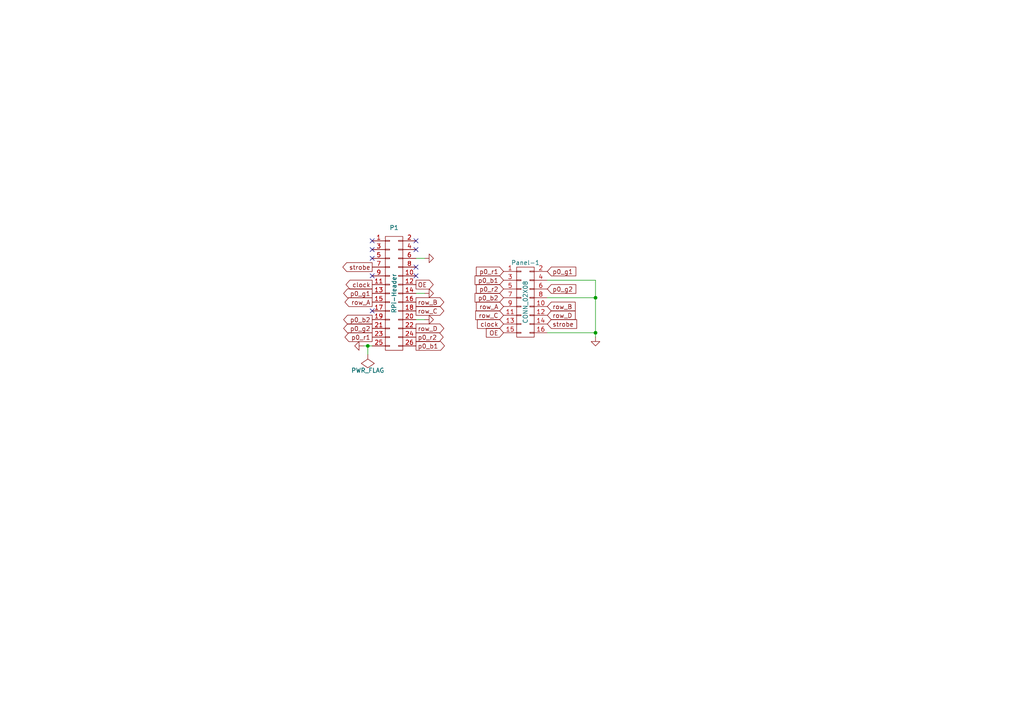
<source format=kicad_sch>
(kicad_sch (version 20230121) (generator eeschema)
  (paper "A4")
  (lib_symbols
    (symbol "passive-rpi-hub75-adapter-rescue:CONN_02X08" (pin_names (offset 0.0254) hide)
      (property "Reference" "P" (at 0 11.43 0))
      (property "Value" "CONN_02X08" (at 0 0 90))
      (symbol "CONN_02X08_0_1"
        (rectangle (start -2.54 -8.763) (end -1.27 -9.017))
        (rectangle (start -2.54 -6.223) (end -1.27 -6.477))
        (rectangle (start -2.54 -3.683) (end -1.27 -3.937))
        (rectangle (start -2.54 -1.143) (end -1.27 -1.397))
        (rectangle (start -2.54 1.397) (end -1.27 1.143))
        (rectangle (start -2.54 3.937) (end -1.27 3.683))
        (rectangle (start -2.54 6.477) (end -1.27 6.223))
        (rectangle (start -2.54 9.017) (end -1.27 8.763))
        (rectangle (start -2.54 10.16) (end 2.54 -10.16))
        (rectangle (start 1.27 -8.763) (end 2.54 -9.017))
        (rectangle (start 1.27 -6.223) (end 2.54 -6.477))
        (rectangle (start 1.27 -3.683) (end 2.54 -3.937))
        (rectangle (start 1.27 -1.143) (end 2.54 -1.397))
        (rectangle (start 1.27 1.397) (end 2.54 1.143))
        (rectangle (start 1.27 3.937) (end 2.54 3.683))
        (rectangle (start 1.27 6.477) (end 2.54 6.223))
        (rectangle (start 1.27 9.017) (end 2.54 8.763))
      )
      (symbol "CONN_02X08_1_1"
        (pin passive line (at -6.35 8.89 0) (length 3.81) (name "P1") (number "1"))
        (pin passive line (at 6.35 -1.27 180) (length 3.81) (name "P10") (number "10"))
        (pin passive line (at -6.35 -3.81 0) (length 3.81) (name "P11") (number "11"))
        (pin passive line (at 6.35 -3.81 180) (length 3.81) (name "P12") (number "12"))
        (pin passive line (at -6.35 -6.35 0) (length 3.81) (name "P13") (number "13"))
        (pin passive line (at 6.35 -6.35 180) (length 3.81) (name "P14") (number "14"))
        (pin passive line (at -6.35 -8.89 0) (length 3.81) (name "P15") (number "15"))
        (pin passive line (at 6.35 -8.89 180) (length 3.81) (name "P16") (number "16"))
        (pin passive line (at 6.35 8.89 180) (length 3.81) (name "P2") (number "2"))
        (pin passive line (at -6.35 6.35 0) (length 3.81) (name "P3") (number "3"))
        (pin passive line (at 6.35 6.35 180) (length 3.81) (name "P4") (number "4"))
        (pin passive line (at -6.35 3.81 0) (length 3.81) (name "P5") (number "5"))
        (pin passive line (at 6.35 3.81 180) (length 3.81) (name "P6") (number "6"))
        (pin passive line (at -6.35 1.27 0) (length 3.81) (name "P7") (number "7"))
        (pin passive line (at 6.35 1.27 180) (length 3.81) (name "P8") (number "8"))
        (pin passive line (at -6.35 -1.27 0) (length 3.81) (name "P9") (number "9"))
      )
    )
    (symbol "passive-rpi-hub75-adapter-rescue:CONN_02X13" (pin_names (offset 0.0254) hide)
      (property "Reference" "P" (at 0 17.78 0))
      (property "Value" "CONN_02X13" (at 0 0 90))
      (symbol "CONN_02X13_0_1"
        (rectangle (start -2.54 -15.113) (end -1.27 -15.367))
        (rectangle (start -2.54 -12.573) (end -1.27 -12.827))
        (rectangle (start -2.54 -10.033) (end -1.27 -10.287))
        (rectangle (start -2.54 -7.493) (end -1.27 -7.747))
        (rectangle (start -2.54 -4.953) (end -1.27 -5.207))
        (rectangle (start -2.54 -2.413) (end -1.27 -2.667))
        (rectangle (start -2.54 0.127) (end -1.27 -0.127))
        (rectangle (start -2.54 2.667) (end -1.27 2.413))
        (rectangle (start -2.54 5.207) (end -1.27 4.953))
        (rectangle (start -2.54 7.747) (end -1.27 7.493))
        (rectangle (start -2.54 10.287) (end -1.27 10.033))
        (rectangle (start -2.54 12.827) (end -1.27 12.573))
        (rectangle (start -2.54 15.367) (end -1.27 15.113))
        (rectangle (start -2.54 16.51) (end 2.54 -16.51))
        (rectangle (start 1.27 -15.113) (end 2.54 -15.367))
        (rectangle (start 1.27 -12.573) (end 2.54 -12.827))
        (rectangle (start 1.27 -10.033) (end 2.54 -10.287))
        (rectangle (start 1.27 -7.493) (end 2.54 -7.747))
        (rectangle (start 1.27 -4.953) (end 2.54 -5.207))
        (rectangle (start 1.27 -2.413) (end 2.54 -2.667))
        (rectangle (start 1.27 0.127) (end 2.54 -0.127))
        (rectangle (start 1.27 2.667) (end 2.54 2.413))
        (rectangle (start 1.27 5.207) (end 2.54 4.953))
        (rectangle (start 1.27 7.747) (end 2.54 7.493))
        (rectangle (start 1.27 10.287) (end 2.54 10.033))
        (rectangle (start 1.27 12.827) (end 2.54 12.573))
        (rectangle (start 1.27 15.367) (end 2.54 15.113))
      )
      (symbol "CONN_02X13_1_1"
        (pin passive line (at -6.35 15.24 0) (length 3.81) (name "P1") (number "1"))
        (pin passive line (at 6.35 5.08 180) (length 3.81) (name "P10") (number "10"))
        (pin passive line (at -6.35 2.54 0) (length 3.81) (name "P11") (number "11"))
        (pin passive line (at 6.35 2.54 180) (length 3.81) (name "P12") (number "12"))
        (pin passive line (at -6.35 0 0) (length 3.81) (name "P13") (number "13"))
        (pin passive line (at 6.35 0 180) (length 3.81) (name "P14") (number "14"))
        (pin passive line (at -6.35 -2.54 0) (length 3.81) (name "P15") (number "15"))
        (pin passive line (at 6.35 -2.54 180) (length 3.81) (name "P16") (number "16"))
        (pin passive line (at -6.35 -5.08 0) (length 3.81) (name "P17") (number "17"))
        (pin passive line (at 6.35 -5.08 180) (length 3.81) (name "P18") (number "18"))
        (pin passive line (at -6.35 -7.62 0) (length 3.81) (name "P19") (number "19"))
        (pin passive line (at 6.35 15.24 180) (length 3.81) (name "P2") (number "2"))
        (pin passive line (at 6.35 -7.62 180) (length 3.81) (name "P20") (number "20"))
        (pin passive line (at -6.35 -10.16 0) (length 3.81) (name "P21") (number "21"))
        (pin passive line (at 6.35 -10.16 180) (length 3.81) (name "P22") (number "22"))
        (pin passive line (at -6.35 -12.7 0) (length 3.81) (name "P23") (number "23"))
        (pin passive line (at 6.35 -12.7 180) (length 3.81) (name "P24") (number "24"))
        (pin passive line (at -6.35 -15.24 0) (length 3.81) (name "P25") (number "25"))
        (pin passive line (at 6.35 -15.24 180) (length 3.81) (name "P26") (number "26"))
        (pin passive line (at -6.35 12.7 0) (length 3.81) (name "P3") (number "3"))
        (pin passive line (at 6.35 12.7 180) (length 3.81) (name "P4") (number "4"))
        (pin passive line (at -6.35 10.16 0) (length 3.81) (name "P5") (number "5"))
        (pin passive line (at 6.35 10.16 180) (length 3.81) (name "P6") (number "6"))
        (pin passive line (at -6.35 7.62 0) (length 3.81) (name "P7") (number "7"))
        (pin passive line (at 6.35 7.62 180) (length 3.81) (name "P8") (number "8"))
        (pin passive line (at -6.35 5.08 0) (length 3.81) (name "P9") (number "9"))
      )
    )
    (symbol "passive-rpi-hub75-adapter-rescue:GND" (power) (pin_names (offset 0))
      (property "Value" "GND" (at 0 -3.81 0))
      (symbol "GND_0_1"
        (polyline (pts (xy 0 0) (xy 0 -1.27) (xy 1.27 -1.27) (xy 0 -2.54) (xy -1.27 -1.27) (xy 0 -1.27)))
      )
      (symbol "GND_1_1"
        (pin power_in line (at 0 0 270) (length 0) hide (name "GND") (number "1"))
      )
    )
    (symbol "passive-rpi-hub75-adapter-rescue:PWR_FLAG" (power) (pin_numbers hide) (pin_names (offset 0) hide)
      (property "Value" "PWR_FLAG" (at 0 4.572 0))
      (symbol "PWR_FLAG_0_0"
        (pin power_out line (at 0 0 90) (length 0) (name "pwr") (number "1"))
      )
      (symbol "PWR_FLAG_0_1"
        (polyline (pts (xy 0 0) (xy 0 1.27) (xy -1.905 2.54) (xy 0 3.81) (xy 1.905 2.54) (xy 0 1.27)))
      )
    )
  )
  (junction (at 172.72 96.52))
  (junction (at 106.68 100.33))
  (junction (at 172.72 86.36))
  (no_connect (at 120.65 77.47))
  (no_connect (at 107.95 74.93))
  (no_connect (at 107.95 72.39))
  (no_connect (at 120.65 72.39))
  (no_connect (at 120.65 80.01))
  (no_connect (at 120.65 69.85))
  (no_connect (at 107.95 80.01))
  (no_connect (at 107.95 69.85))
  (no_connect (at 107.95 90.17))
  (wire (pts (xy 105.41 100.33) (xy 106.68 100.33)))
  (wire (pts (xy 120.65 92.71) (xy 123.19 92.71)))
  (wire (pts (xy 158.75 81.28) (xy 172.72 81.28)))
  (wire (pts (xy 106.68 100.33) (xy 107.95 100.33)))
  (wire (pts (xy 106.68 100.33) (xy 106.68 102.87)))
  (wire (pts (xy 172.72 81.28) (xy 172.72 86.36)))
  (wire (pts (xy 172.72 86.36) (xy 172.72 96.52)))
  (wire (pts (xy 172.72 96.52) (xy 172.72 97.79)))
  (wire (pts (xy 120.65 74.93) (xy 123.19 74.93)))
  (wire (pts (xy 158.75 96.52) (xy 172.72 96.52)))
  (wire (pts (xy 120.65 85.09) (xy 123.19 85.09)))
  (wire (pts (xy 158.75 86.36) (xy 172.72 86.36)))
  (global_label "p0_r2" (shape output) (at 120.65 97.79 0) (effects (font (size 1.2954 1.2954))) (property "Intersheetrefs" "${INTERSHEET_REFS}" (effects hide)))
  (global_label "row_D" (shape input) (at 158.75 91.44 0) (effects (font (size 1.2954 1.2954))) (property "Intersheetrefs" "${INTERSHEET_REFS}" (effects hide)))
  (global_label "row_C" (shape input) (at 146.05 91.44 180) (effects (font (size 1.2954 1.2954))) (property "Intersheetrefs" "${INTERSHEET_REFS}" (effects hide)))
  (global_label "p0_g1" (shape output) (at 107.95 85.09 180) (effects (font (size 1.2954 1.2954))) (property "Intersheetrefs" "${INTERSHEET_REFS}" (effects hide)))
  (global_label "p0_r1" (shape output) (at 107.95 97.79 180) (effects (font (size 1.2954 1.2954))) (property "Intersheetrefs" "${INTERSHEET_REFS}" (effects hide)))
  (global_label "row_B" (shape input) (at 158.75 88.9 0) (effects (font (size 1.2954 1.2954))) (property "Intersheetrefs" "${INTERSHEET_REFS}" (effects hide)))
  (global_label "p0_b1" (shape input) (at 146.05 81.28 180) (effects (font (size 1.2954 1.2954))) (property "Intersheetrefs" "${INTERSHEET_REFS}" (effects hide)))
  (global_label "p0_g1" (shape input) (at 158.75 78.74 0) (effects (font (size 1.2954 1.2954))) (property "Intersheetrefs" "${INTERSHEET_REFS}" (effects hide)))
  (global_label "clock" (shape output) (at 107.95 82.55 180) (effects (font (size 1.2954 1.2954))) (property "Intersheetrefs" "${INTERSHEET_REFS}" (effects hide)))
  (global_label "row_C" (shape output) (at 120.65 90.17 0) (effects (font (size 1.2954 1.2954))) (property "Intersheetrefs" "${INTERSHEET_REFS}" (effects hide)))
  (global_label "p0_b2" (shape output) (at 107.95 92.71 180) (effects (font (size 1.2954 1.2954))) (property "Intersheetrefs" "${INTERSHEET_REFS}" (effects hide)))
  (global_label "strobe" (shape input) (at 158.75 93.98 0) (effects (font (size 1.2954 1.2954))) (property "Intersheetrefs" "${INTERSHEET_REFS}" (effects hide)))
  (global_label "OE" (shape output) (at 120.65 82.55 0) (effects (font (size 1.2954 1.2954))) (property "Intersheetrefs" "${INTERSHEET_REFS}" (effects hide)))
  (global_label "p0_r1" (shape input) (at 146.05 78.74 180) (effects (font (size 1.2954 1.2954))) (property "Intersheetrefs" "${INTERSHEET_REFS}" (effects hide)))
  (global_label "row_B" (shape output) (at 120.65 87.63 0) (effects (font (size 1.2954 1.2954))) (property "Intersheetrefs" "${INTERSHEET_REFS}" (effects hide)))
  (global_label "row_D" (shape output) (at 120.65 95.25 0) (effects (font (size 1.2954 1.2954))) (property "Intersheetrefs" "${INTERSHEET_REFS}" (effects hide)))
  (global_label "p0_b2" (shape input) (at 146.05 86.36 180) (effects (font (size 1.2954 1.2954))) (property "Intersheetrefs" "${INTERSHEET_REFS}" (effects hide)))
  (global_label "row_A" (shape input) (at 146.05 88.9 180) (effects (font (size 1.2954 1.2954))) (property "Intersheetrefs" "${INTERSHEET_REFS}" (effects hide)))
  (global_label "p0_r2" (shape input) (at 146.05 83.82 180) (effects (font (size 1.2954 1.2954))) (property "Intersheetrefs" "${INTERSHEET_REFS}" (effects hide)))
  (global_label "p0_b1" (shape output) (at 120.65 100.33 0) (effects (font (size 1.2954 1.2954))) (property "Intersheetrefs" "${INTERSHEET_REFS}" (effects hide)))
  (global_label "p0_g2" (shape output) (at 107.95 95.25 180) (effects (font (size 1.2954 1.2954))) (property "Intersheetrefs" "${INTERSHEET_REFS}" (effects hide)))
  (global_label "strobe" (shape output) (at 107.95 77.47 180) (effects (font (size 1.2954 1.2954))) (property "Intersheetrefs" "${INTERSHEET_REFS}" (effects hide)))
  (global_label "row_A" (shape output) (at 107.95 87.63 180) (effects (font (size 1.2954 1.2954))) (property "Intersheetrefs" "${INTERSHEET_REFS}" (effects hide)))
  (global_label "p0_g2" (shape input) (at 158.75 83.82 0) (effects (font (size 1.2954 1.2954))) (property "Intersheetrefs" "${INTERSHEET_REFS}" (effects hide)))
  (global_label "clock" (shape input) (at 146.05 93.98 180) (effects (font (size 1.2954 1.2954))) (property "Intersheetrefs" "${INTERSHEET_REFS}" (effects hide)))
  (global_label "OE" (shape input) (at 146.05 96.52 180) (effects (font (size 1.2954 1.2954))) (property "Intersheetrefs" "${INTERSHEET_REFS}" (effects hide)))
  (symbol (lib_id "passive-rpi-hub75-adapter-rescue:CONN_02X08") (at 152.4 87.63 0) (unit 1)
    (property "Reference" "Panel-1" (at 152.4 76.2 0))
    (property "Value" "CONN_02X08" (at 152.4 87.63 90))
    (property "Footprint" "Pin_Headers:Pin_Header_Straight_2x08" (effects hide))
  )
  (symbol (lib_id "passive-rpi-hub75-adapter-rescue:CONN_02X13") (at 114.3 85.09 0) (unit 1)
    (property "Reference" "P1" (at 114.3 66.04 0))
    (property "Value" "RPi-Header" (at 114.3 85.09 90))
    (property "Footprint" "Pin_Headers:Pin_Header_Straight_2x13" (effects hide))
  )
  (symbol (lib_id "passive-rpi-hub75-adapter-rescue:GND") (at 123.19 85.09 90) (unit 1)
    (property "Reference" "#PWR01" (effects hide))
    (property "Value" "GND" (effects hide))
  )
  (symbol (lib_id "passive-rpi-hub75-adapter-rescue:GND") (at 123.19 92.71 90) (unit 1)
    (property "Reference" "#PWR02" (effects hide))
    (property "Value" "GND" (effects hide))
  )
  (symbol (lib_id "passive-rpi-hub75-adapter-rescue:GND") (at 123.19 74.93 90) (unit 1)
    (property "Reference" "#PWR03" (effects hide))
    (property "Value" "GND" (effects hide))
  )
  (symbol (lib_id "passive-rpi-hub75-adapter-rescue:GND") (at 105.41 100.33 270) (unit 1)
    (property "Reference" "#PWR04" (effects hide))
    (property "Value" "GND" (effects hide))
  )
  (symbol (lib_id "passive-rpi-hub75-adapter-rescue:GND") (at 172.72 97.79 0) (unit 1)
    (property "Reference" "#PWR05" (effects hide))
    (property "Value" "GND" (effects hide))
  )
  (symbol (lib_id "passive-rpi-hub75-adapter-rescue:PWR_FLAG") (at 106.68 102.87 180) (unit 1)
    (property "Reference" "#FLG06" (effects hide))
    (property "Value" "PWR_FLAG" (at 106.68 107.442 0))
  )
)
</source>
